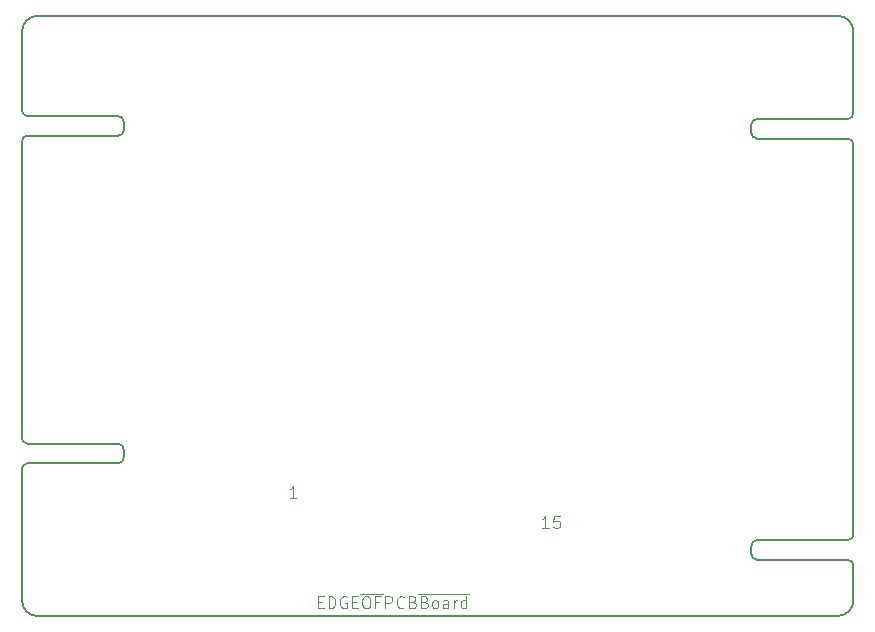
<source format=gm1>
G04 #@! TF.GenerationSoftware,KiCad,Pcbnew,(5.1.2-1)-1*
G04 #@! TF.CreationDate,2019-05-25T13:38:43+02:00*
G04 #@! TF.ProjectId,XoomFloppy Pro,586f6f6d-466c-46f7-9070-792050726f2e,1.1*
G04 #@! TF.SameCoordinates,Original*
G04 #@! TF.FileFunction,Profile,NP*
%FSLAX46Y46*%
G04 Gerber Fmt 4.6, Leading zero omitted, Abs format (unit mm)*
G04 Created by KiCad (PCBNEW (5.1.2-1)-1) date 2019-05-25 13:38:43*
%MOMM*%
%LPD*%
G04 APERTURE LIST*
%ADD10C,0.150000*%
%ADD11C,0.050000*%
G04 APERTURE END LIST*
D10*
X134391400Y-78234540D02*
G75*
G02X135737600Y-76888340I1346200J0D01*
G01*
X135735060Y-127708660D02*
G75*
G02X134388860Y-126362460I0J1346200D01*
G01*
X204797600Y-126375183D02*
G75*
G02X203451460Y-127708660I-1346140J12723D01*
G01*
X203454000Y-76888340D02*
G75*
G02X204800200Y-78247300I0J-1346260D01*
G01*
X135735060Y-127708660D02*
X203451460Y-127708660D01*
X135737600Y-76888340D02*
X203454000Y-76888340D01*
X134880000Y-85370000D02*
G75*
G02X134380000Y-84870000I0J500000D01*
G01*
X142530000Y-85370000D02*
G75*
G02X143030000Y-85870000I0J-500000D01*
G01*
X143030000Y-86530000D02*
G75*
G02X142530000Y-87030000I-500000J0D01*
G01*
X134380000Y-87530000D02*
G75*
G02X134880000Y-87030000I500000J0D01*
G01*
X134880000Y-113110000D02*
G75*
G02X134380000Y-112610000I0J500000D01*
G01*
X142530000Y-113110000D02*
G75*
G02X143030000Y-113610000I0J-500000D01*
G01*
X143030000Y-114270000D02*
G75*
G02X142530000Y-114770000I-500000J0D01*
G01*
X134380000Y-84870000D02*
X134391400Y-78234540D01*
X142530000Y-85370000D02*
X134880000Y-85370000D01*
X143030000Y-86530000D02*
X143030000Y-85870000D01*
X134880000Y-87030000D02*
X142530000Y-87030000D01*
X134380000Y-112610000D02*
X134380000Y-87530000D01*
X142530000Y-113110000D02*
X134880000Y-113110000D01*
X143030000Y-114270000D02*
X143030000Y-113610000D01*
X134880000Y-114770000D02*
X142530000Y-114770000D01*
X134388860Y-126362460D02*
X134380000Y-115270000D01*
X134380000Y-115270000D02*
G75*
G02X134880000Y-114770000I500000J0D01*
G01*
X204300000Y-122940000D02*
G75*
G02X204800000Y-123440000I0J-500000D01*
G01*
X196650000Y-122940000D02*
G75*
G02X196150000Y-122440000I0J500000D01*
G01*
X196150000Y-121780000D02*
G75*
G02X196650000Y-121280000I500000J0D01*
G01*
X204800000Y-120780000D02*
G75*
G02X204300000Y-121280000I-500000J0D01*
G01*
X204300000Y-87280000D02*
G75*
G02X204800000Y-87780000I0J-500000D01*
G01*
X196650000Y-87280000D02*
G75*
G02X196150000Y-86780000I0J500000D01*
G01*
X196150000Y-86120000D02*
G75*
G02X196650000Y-85620000I500000J0D01*
G01*
X204800000Y-85120000D02*
G75*
G02X204300000Y-85620000I-500000J0D01*
G01*
X204800000Y-85120000D02*
X204800200Y-78247240D01*
X196650000Y-85620000D02*
X204300000Y-85620000D01*
X196150000Y-86780000D02*
X196150000Y-86120000D01*
X204300000Y-87280000D02*
X196650000Y-87280000D01*
X204800000Y-120780000D02*
X204800000Y-87780000D01*
X196650000Y-121280000D02*
X204300000Y-121280000D01*
X196150000Y-122440000D02*
X196150000Y-121780000D01*
X204300000Y-122940000D02*
X196650000Y-122940000D01*
X204800200Y-123441460D02*
X204797600Y-126375183D01*
D11*
X157642507Y-117690648D02*
X157071078Y-117690648D01*
X157356793Y-117690648D02*
X157356793Y-116690648D01*
X157261554Y-116833506D01*
X157166316Y-116928744D01*
X157071078Y-116976363D01*
X179009509Y-120238321D02*
X178438081Y-120238321D01*
X178723795Y-120238321D02*
X178723795Y-119238321D01*
X178628557Y-119381179D01*
X178533319Y-119476417D01*
X178438081Y-119524036D01*
X179914271Y-119238321D02*
X179438081Y-119238321D01*
X179390462Y-119714512D01*
X179438081Y-119666893D01*
X179533319Y-119619274D01*
X179771414Y-119619274D01*
X179866652Y-119666893D01*
X179914271Y-119714512D01*
X179961890Y-119809750D01*
X179961890Y-120047845D01*
X179914271Y-120143083D01*
X179866652Y-120190702D01*
X179771414Y-120238321D01*
X179533319Y-120238321D01*
X179438081Y-120190702D01*
X179390462Y-120143083D01*
X159459801Y-126513833D02*
X159793135Y-126513833D01*
X159935992Y-127037642D02*
X159459801Y-127037642D01*
X159459801Y-126037642D01*
X159935992Y-126037642D01*
X160364563Y-127037642D02*
X160364563Y-126037642D01*
X160602658Y-126037642D01*
X160745516Y-126085262D01*
X160840754Y-126180500D01*
X160888373Y-126275738D01*
X160935992Y-126466214D01*
X160935992Y-126609071D01*
X160888373Y-126799547D01*
X160840754Y-126894785D01*
X160745516Y-126990023D01*
X160602658Y-127037642D01*
X160364563Y-127037642D01*
X161888373Y-126085262D02*
X161793135Y-126037642D01*
X161650277Y-126037642D01*
X161507420Y-126085262D01*
X161412182Y-126180500D01*
X161364563Y-126275738D01*
X161316944Y-126466214D01*
X161316944Y-126609071D01*
X161364563Y-126799547D01*
X161412182Y-126894785D01*
X161507420Y-126990023D01*
X161650277Y-127037642D01*
X161745516Y-127037642D01*
X161888373Y-126990023D01*
X161935992Y-126942404D01*
X161935992Y-126609071D01*
X161745516Y-126609071D01*
X162364563Y-126513833D02*
X162697896Y-126513833D01*
X162840754Y-127037642D02*
X162364563Y-127037642D01*
X162364563Y-126037642D01*
X162840754Y-126037642D01*
X163031230Y-125800262D02*
X164078849Y-125800262D01*
X163459801Y-126037642D02*
X163650277Y-126037642D01*
X163745516Y-126085262D01*
X163840754Y-126180500D01*
X163888373Y-126370976D01*
X163888373Y-126704309D01*
X163840754Y-126894785D01*
X163745516Y-126990023D01*
X163650277Y-127037642D01*
X163459801Y-127037642D01*
X163364563Y-126990023D01*
X163269325Y-126894785D01*
X163221706Y-126704309D01*
X163221706Y-126370976D01*
X163269325Y-126180500D01*
X163364563Y-126085262D01*
X163459801Y-126037642D01*
X164078849Y-125800262D02*
X164935992Y-125800262D01*
X164650277Y-126513833D02*
X164316944Y-126513833D01*
X164316944Y-127037642D02*
X164316944Y-126037642D01*
X164793135Y-126037642D01*
X165174087Y-127037642D02*
X165174087Y-126037642D01*
X165555039Y-126037642D01*
X165650277Y-126085262D01*
X165697896Y-126132881D01*
X165745516Y-126228119D01*
X165745516Y-126370976D01*
X165697896Y-126466214D01*
X165650277Y-126513833D01*
X165555039Y-126561452D01*
X165174087Y-126561452D01*
X166745516Y-126942404D02*
X166697896Y-126990023D01*
X166555039Y-127037642D01*
X166459801Y-127037642D01*
X166316944Y-126990023D01*
X166221706Y-126894785D01*
X166174087Y-126799547D01*
X166126468Y-126609071D01*
X166126468Y-126466214D01*
X166174087Y-126275738D01*
X166221706Y-126180500D01*
X166316944Y-126085262D01*
X166459801Y-126037642D01*
X166555039Y-126037642D01*
X166697896Y-126085262D01*
X166745516Y-126132881D01*
X167507420Y-126513833D02*
X167650277Y-126561452D01*
X167697896Y-126609071D01*
X167745516Y-126704309D01*
X167745516Y-126847166D01*
X167697896Y-126942404D01*
X167650277Y-126990023D01*
X167555039Y-127037642D01*
X167174087Y-127037642D01*
X167174087Y-126037642D01*
X167507420Y-126037642D01*
X167602658Y-126085262D01*
X167650277Y-126132881D01*
X167697896Y-126228119D01*
X167697896Y-126323357D01*
X167650277Y-126418595D01*
X167602658Y-126466214D01*
X167507420Y-126513833D01*
X167174087Y-126513833D01*
X167935992Y-125800262D02*
X168935992Y-125800262D01*
X168507420Y-126513833D02*
X168650277Y-126561452D01*
X168697896Y-126609071D01*
X168745516Y-126704309D01*
X168745516Y-126847166D01*
X168697896Y-126942404D01*
X168650277Y-126990023D01*
X168555039Y-127037642D01*
X168174087Y-127037642D01*
X168174087Y-126037642D01*
X168507420Y-126037642D01*
X168602658Y-126085262D01*
X168650277Y-126132881D01*
X168697896Y-126228119D01*
X168697896Y-126323357D01*
X168650277Y-126418595D01*
X168602658Y-126466214D01*
X168507420Y-126513833D01*
X168174087Y-126513833D01*
X168935992Y-125800262D02*
X169840754Y-125800262D01*
X169316944Y-127037642D02*
X169221706Y-126990023D01*
X169174087Y-126942404D01*
X169126468Y-126847166D01*
X169126468Y-126561452D01*
X169174087Y-126466214D01*
X169221706Y-126418595D01*
X169316944Y-126370976D01*
X169459801Y-126370976D01*
X169555039Y-126418595D01*
X169602658Y-126466214D01*
X169650277Y-126561452D01*
X169650277Y-126847166D01*
X169602658Y-126942404D01*
X169555039Y-126990023D01*
X169459801Y-127037642D01*
X169316944Y-127037642D01*
X169840754Y-125800262D02*
X170745516Y-125800262D01*
X170507420Y-127037642D02*
X170507420Y-126513833D01*
X170459801Y-126418595D01*
X170364563Y-126370976D01*
X170174087Y-126370976D01*
X170078849Y-126418595D01*
X170507420Y-126990023D02*
X170412182Y-127037642D01*
X170174087Y-127037642D01*
X170078849Y-126990023D01*
X170031230Y-126894785D01*
X170031230Y-126799547D01*
X170078849Y-126704309D01*
X170174087Y-126656690D01*
X170412182Y-126656690D01*
X170507420Y-126609071D01*
X170745516Y-125800262D02*
X171364563Y-125800262D01*
X170983611Y-127037642D02*
X170983611Y-126370976D01*
X170983611Y-126561452D02*
X171031230Y-126466214D01*
X171078849Y-126418595D01*
X171174087Y-126370976D01*
X171269325Y-126370976D01*
X171364563Y-125800262D02*
X172269325Y-125800262D01*
X172031230Y-127037642D02*
X172031230Y-126037642D01*
X172031230Y-126990023D02*
X171935992Y-127037642D01*
X171745516Y-127037642D01*
X171650277Y-126990023D01*
X171602658Y-126942404D01*
X171555039Y-126847166D01*
X171555039Y-126561452D01*
X171602658Y-126466214D01*
X171650277Y-126418595D01*
X171745516Y-126370976D01*
X171935992Y-126370976D01*
X172031230Y-126418595D01*
M02*

</source>
